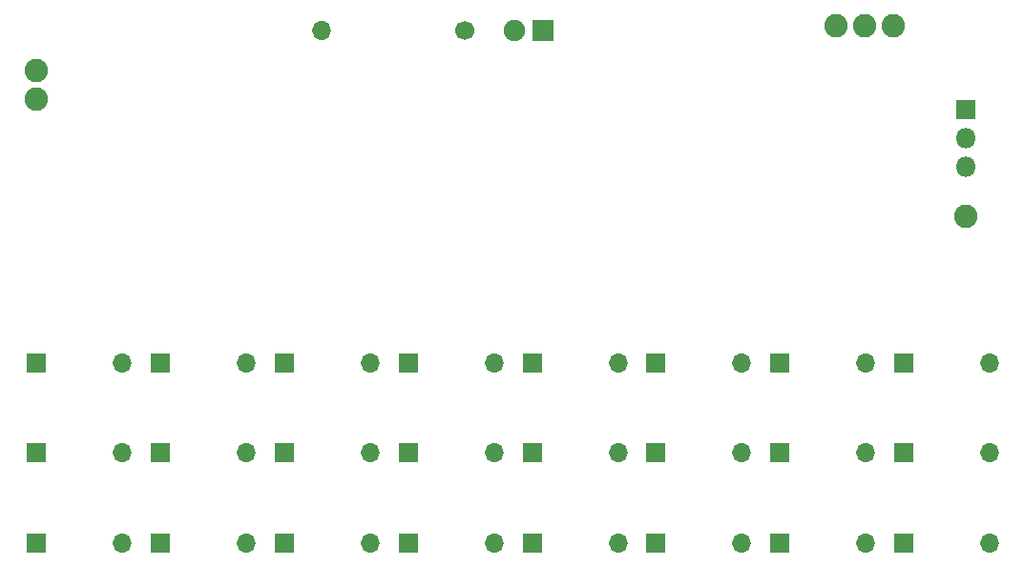
<source format=gbr>
%TF.GenerationSoftware,KiCad,Pcbnew,(5.1.6)-1*%
%TF.CreationDate,2022-07-30T00:49:16+08:00*%
%TF.ProjectId,feng,66656e67-2e6b-4696-9361-645f70636258,rev?*%
%TF.SameCoordinates,Original*%
%TF.FileFunction,Soldermask,Top*%
%TF.FilePolarity,Negative*%
%FSLAX46Y46*%
G04 Gerber Fmt 4.6, Leading zero omitted, Abs format (unit mm)*
G04 Created by KiCad (PCBNEW (5.1.6)-1) date 2022-07-30 00:49:16*
%MOMM*%
%LPD*%
G01*
G04 APERTURE LIST*
%ADD10C,2.082800*%
%ADD11O,1.700000X1.700000*%
%ADD12C,1.700000*%
%ADD13C,1.900000*%
%ADD14R,1.900000X1.900000*%
%ADD15R,1.700000X1.700000*%
%ADD16O,1.800000X1.800000*%
%ADD17R,1.800000X1.800000*%
G04 APERTURE END LIST*
D10*
%TO.C,J4*%
X97500000Y-39540000D03*
X97500000Y-37000000D03*
%TD*%
%TO.C,J3*%
X173580000Y-33000000D03*
X171040000Y-33000000D03*
X168500000Y-33000000D03*
%TD*%
D11*
%TO.C,R5*%
X122800000Y-33500000D03*
D12*
X135500000Y-33500000D03*
%TD*%
D10*
%TO.C,J2*%
X180000000Y-50000000D03*
%TD*%
D13*
%TO.C,D1*%
X139960000Y-33500000D03*
D14*
X142500000Y-33500000D03*
%TD*%
D11*
%TO.C,SW24*%
X105120000Y-79000000D03*
D15*
X97500000Y-79000000D03*
%TD*%
D11*
%TO.C,SW23*%
X116120000Y-79000000D03*
D15*
X108500000Y-79000000D03*
%TD*%
D11*
%TO.C,SW22*%
X127120000Y-79000000D03*
D15*
X119500000Y-79000000D03*
%TD*%
D11*
%TO.C,SW21*%
X138120000Y-79000000D03*
D15*
X130500000Y-79000000D03*
%TD*%
D11*
%TO.C,SW20*%
X149120000Y-79000000D03*
D15*
X141500000Y-79000000D03*
%TD*%
D11*
%TO.C,SW19*%
X160120000Y-79000000D03*
D15*
X152500000Y-79000000D03*
%TD*%
D11*
%TO.C,SW18*%
X171120000Y-79000000D03*
D15*
X163500000Y-79000000D03*
%TD*%
D11*
%TO.C,SW17*%
X182120000Y-79000000D03*
D15*
X174500000Y-79000000D03*
%TD*%
D11*
%TO.C,SW16*%
X105120000Y-71000000D03*
D15*
X97500000Y-71000000D03*
%TD*%
D11*
%TO.C,SW15*%
X116120000Y-71000000D03*
D15*
X108500000Y-71000000D03*
%TD*%
D11*
%TO.C,SW14*%
X127120000Y-71000000D03*
D15*
X119500000Y-71000000D03*
%TD*%
D11*
%TO.C,SW13*%
X138120000Y-71000000D03*
D15*
X130500000Y-71000000D03*
%TD*%
D11*
%TO.C,SW12*%
X149120000Y-71000000D03*
D15*
X141500000Y-71000000D03*
%TD*%
D11*
%TO.C,SW11*%
X160120000Y-71000000D03*
D15*
X152500000Y-71000000D03*
%TD*%
D11*
%TO.C,SW10*%
X171120000Y-71000000D03*
D15*
X163500000Y-71000000D03*
%TD*%
D11*
%TO.C,SW9*%
X182120000Y-71000000D03*
D15*
X174500000Y-71000000D03*
%TD*%
D11*
%TO.C,SW8*%
X105120000Y-63000000D03*
D15*
X97500000Y-63000000D03*
%TD*%
D11*
%TO.C,SW7*%
X116120000Y-63000000D03*
D15*
X108500000Y-63000000D03*
%TD*%
D11*
%TO.C,SW6*%
X127120000Y-63000000D03*
D15*
X119500000Y-63000000D03*
%TD*%
D11*
%TO.C,SW5*%
X138120000Y-63000000D03*
D15*
X130500000Y-63000000D03*
%TD*%
D11*
%TO.C,SW4*%
X149120000Y-63000000D03*
D15*
X141500000Y-63000000D03*
%TD*%
D11*
%TO.C,SW3*%
X160120000Y-63000000D03*
D15*
X152500000Y-63000000D03*
%TD*%
D11*
%TO.C,SW2*%
X171120000Y-63000000D03*
D15*
X163500000Y-63000000D03*
%TD*%
D11*
%TO.C,SW1*%
X182120000Y-63000000D03*
D15*
X174500000Y-63000000D03*
%TD*%
D16*
%TO.C,J1*%
X180000000Y-45580000D03*
X180000000Y-43040000D03*
D17*
X180000000Y-40500000D03*
%TD*%
M02*

</source>
